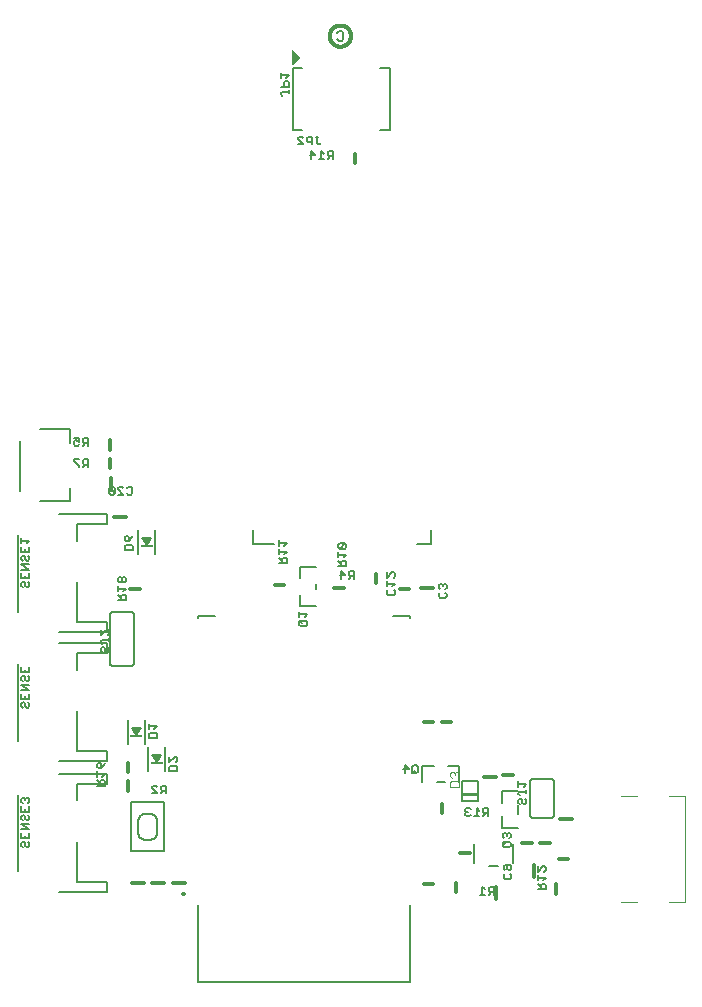
<source format=gbr>
G04 EAGLE Gerber RS-274X export*
G75*
%MOMM*%
%FSLAX34Y34*%
%LPD*%
%INSilkscreen Bottom*%
%IPPOS*%
%AMOC8*
5,1,8,0,0,1.08239X$1,22.5*%
G01*
%ADD10C,0.304800*%
%ADD11C,0.203200*%
%ADD12C,0.101600*%
%ADD13C,0.200000*%
%ADD14C,0.127000*%
%ADD15C,0.152400*%
%ADD16R,1.000000X0.200000*%
%ADD17C,0.076200*%

G36*
X238307Y778079D02*
X238307Y778079D01*
X238331Y778079D01*
X238413Y778113D01*
X238498Y778140D01*
X238519Y778156D01*
X238538Y778164D01*
X238576Y778198D01*
X238648Y778252D01*
X244648Y784252D01*
X244686Y784306D01*
X244731Y784353D01*
X244750Y784397D01*
X244777Y784436D01*
X244793Y784499D01*
X244819Y784560D01*
X244821Y784607D01*
X244833Y784653D01*
X244826Y784718D01*
X244829Y784784D01*
X244814Y784829D01*
X244809Y784876D01*
X244780Y784935D01*
X244760Y784998D01*
X244727Y785042D01*
X244710Y785077D01*
X244681Y785104D01*
X244648Y785148D01*
X238648Y791148D01*
X238575Y791199D01*
X238506Y791255D01*
X238484Y791263D01*
X238464Y791277D01*
X238378Y791299D01*
X238294Y791327D01*
X238270Y791327D01*
X238247Y791333D01*
X238158Y791323D01*
X238069Y791321D01*
X238047Y791312D01*
X238024Y791309D01*
X237944Y791270D01*
X237862Y791236D01*
X237844Y791220D01*
X237823Y791210D01*
X237762Y791145D01*
X237696Y791085D01*
X237685Y791064D01*
X237669Y791047D01*
X237634Y790965D01*
X237593Y790885D01*
X237590Y790859D01*
X237581Y790840D01*
X237579Y790790D01*
X237566Y790700D01*
X237566Y778700D01*
X237582Y778612D01*
X237591Y778524D01*
X237601Y778503D01*
X237605Y778479D01*
X237651Y778402D01*
X237690Y778323D01*
X237707Y778306D01*
X237720Y778286D01*
X237789Y778230D01*
X237853Y778169D01*
X237875Y778160D01*
X237894Y778145D01*
X237978Y778116D01*
X238060Y778081D01*
X238084Y778080D01*
X238106Y778073D01*
X238195Y778075D01*
X238284Y778071D01*
X238307Y778079D01*
G37*
G36*
X114797Y372137D02*
X114797Y372137D01*
X114824Y372137D01*
X114935Y372169D01*
X115048Y372195D01*
X115071Y372208D01*
X115097Y372216D01*
X115195Y372278D01*
X115296Y372334D01*
X115312Y372352D01*
X115337Y372367D01*
X115522Y372575D01*
X115526Y372579D01*
X117526Y375579D01*
X117557Y375643D01*
X117597Y375703D01*
X117618Y375771D01*
X117649Y375835D01*
X117661Y375906D01*
X117682Y375974D01*
X117684Y376045D01*
X117696Y376116D01*
X117688Y376187D01*
X117690Y376258D01*
X117672Y376327D01*
X117663Y376398D01*
X117636Y376464D01*
X117618Y376533D01*
X117581Y376594D01*
X117554Y376660D01*
X117509Y376716D01*
X117473Y376778D01*
X117421Y376827D01*
X117376Y376882D01*
X117318Y376923D01*
X117265Y376972D01*
X117202Y377005D01*
X117144Y377046D01*
X117076Y377069D01*
X117012Y377102D01*
X116953Y377112D01*
X116875Y377139D01*
X116756Y377145D01*
X116681Y377157D01*
X112681Y377157D01*
X112610Y377147D01*
X112538Y377147D01*
X112470Y377127D01*
X112400Y377117D01*
X112334Y377088D01*
X112265Y377068D01*
X112205Y377030D01*
X112140Y377001D01*
X112085Y376955D01*
X112025Y376917D01*
X111977Y376864D01*
X111923Y376818D01*
X111883Y376758D01*
X111836Y376704D01*
X111805Y376640D01*
X111766Y376581D01*
X111744Y376513D01*
X111713Y376448D01*
X111701Y376378D01*
X111680Y376310D01*
X111678Y376238D01*
X111666Y376168D01*
X111674Y376097D01*
X111672Y376026D01*
X111691Y375956D01*
X111699Y375885D01*
X111724Y375830D01*
X111744Y375751D01*
X111805Y375648D01*
X111836Y375579D01*
X113836Y372579D01*
X113913Y372492D01*
X113986Y372402D01*
X114008Y372387D01*
X114026Y372367D01*
X114123Y372305D01*
X114218Y372238D01*
X114244Y372230D01*
X114266Y372215D01*
X114377Y372183D01*
X114487Y372145D01*
X114514Y372144D01*
X114539Y372137D01*
X114655Y372137D01*
X114771Y372131D01*
X114797Y372137D01*
G37*
G36*
X106161Y211609D02*
X106161Y211609D01*
X106188Y211609D01*
X106299Y211641D01*
X106412Y211667D01*
X106435Y211680D01*
X106461Y211688D01*
X106559Y211750D01*
X106660Y211806D01*
X106676Y211824D01*
X106701Y211839D01*
X106886Y212047D01*
X106890Y212051D01*
X108890Y215051D01*
X108921Y215115D01*
X108961Y215175D01*
X108982Y215243D01*
X109013Y215307D01*
X109025Y215378D01*
X109046Y215446D01*
X109048Y215517D01*
X109060Y215588D01*
X109052Y215659D01*
X109054Y215730D01*
X109036Y215799D01*
X109027Y215870D01*
X109000Y215936D01*
X108982Y216005D01*
X108945Y216066D01*
X108918Y216132D01*
X108873Y216188D01*
X108837Y216250D01*
X108785Y216299D01*
X108740Y216354D01*
X108682Y216395D01*
X108629Y216444D01*
X108566Y216477D01*
X108508Y216518D01*
X108440Y216541D01*
X108376Y216574D01*
X108317Y216584D01*
X108239Y216611D01*
X108120Y216617D01*
X108045Y216629D01*
X104045Y216629D01*
X103974Y216619D01*
X103902Y216619D01*
X103834Y216599D01*
X103764Y216589D01*
X103698Y216560D01*
X103629Y216540D01*
X103569Y216502D01*
X103504Y216473D01*
X103449Y216427D01*
X103389Y216389D01*
X103341Y216336D01*
X103287Y216290D01*
X103247Y216230D01*
X103200Y216176D01*
X103169Y216112D01*
X103130Y216053D01*
X103108Y215985D01*
X103077Y215920D01*
X103065Y215850D01*
X103044Y215782D01*
X103042Y215710D01*
X103030Y215640D01*
X103038Y215569D01*
X103036Y215498D01*
X103055Y215428D01*
X103063Y215357D01*
X103088Y215302D01*
X103108Y215223D01*
X103169Y215120D01*
X103200Y215051D01*
X105200Y212051D01*
X105277Y211964D01*
X105350Y211874D01*
X105372Y211859D01*
X105390Y211839D01*
X105487Y211777D01*
X105582Y211710D01*
X105608Y211702D01*
X105630Y211687D01*
X105741Y211655D01*
X105851Y211617D01*
X105878Y211616D01*
X105903Y211609D01*
X106019Y211609D01*
X106135Y211603D01*
X106161Y211609D01*
G37*
G36*
X123306Y188495D02*
X123306Y188495D01*
X123333Y188495D01*
X123444Y188527D01*
X123557Y188553D01*
X123580Y188566D01*
X123606Y188574D01*
X123704Y188636D01*
X123805Y188692D01*
X123821Y188710D01*
X123846Y188725D01*
X124031Y188933D01*
X124035Y188937D01*
X126035Y191937D01*
X126066Y192001D01*
X126106Y192061D01*
X126127Y192129D01*
X126158Y192193D01*
X126170Y192264D01*
X126191Y192332D01*
X126193Y192403D01*
X126205Y192474D01*
X126197Y192545D01*
X126199Y192616D01*
X126181Y192685D01*
X126172Y192756D01*
X126145Y192822D01*
X126127Y192891D01*
X126090Y192952D01*
X126063Y193018D01*
X126018Y193074D01*
X125982Y193136D01*
X125930Y193185D01*
X125885Y193240D01*
X125827Y193281D01*
X125774Y193330D01*
X125711Y193363D01*
X125653Y193404D01*
X125585Y193427D01*
X125521Y193460D01*
X125462Y193470D01*
X125384Y193497D01*
X125265Y193503D01*
X125190Y193515D01*
X121190Y193515D01*
X121119Y193505D01*
X121047Y193505D01*
X120979Y193485D01*
X120909Y193475D01*
X120843Y193446D01*
X120774Y193426D01*
X120714Y193388D01*
X120649Y193359D01*
X120594Y193313D01*
X120534Y193275D01*
X120486Y193222D01*
X120432Y193176D01*
X120392Y193116D01*
X120345Y193062D01*
X120314Y192998D01*
X120275Y192939D01*
X120253Y192871D01*
X120222Y192806D01*
X120210Y192736D01*
X120189Y192668D01*
X120187Y192596D01*
X120175Y192526D01*
X120183Y192455D01*
X120181Y192384D01*
X120200Y192314D01*
X120208Y192243D01*
X120233Y192188D01*
X120253Y192109D01*
X120314Y192006D01*
X120345Y191937D01*
X122345Y188937D01*
X122422Y188850D01*
X122495Y188760D01*
X122517Y188745D01*
X122535Y188725D01*
X122632Y188663D01*
X122727Y188596D01*
X122753Y188588D01*
X122775Y188573D01*
X122886Y188541D01*
X122996Y188503D01*
X123023Y188502D01*
X123048Y188495D01*
X123164Y188495D01*
X123280Y188489D01*
X123306Y188495D01*
G37*
D10*
X474538Y139460D02*
X464378Y139460D01*
X440687Y119350D02*
X432687Y119350D01*
X410090Y175261D02*
X399930Y175261D01*
X147390Y85594D02*
X137230Y85594D01*
D11*
X392034Y102485D02*
X392034Y118485D01*
X425034Y118485D02*
X425034Y102485D01*
X412534Y99985D02*
X404534Y99985D01*
D10*
X357568Y84455D02*
X349568Y84455D01*
X416751Y176657D02*
X424751Y176657D01*
X129675Y85676D02*
X119515Y85676D01*
X380175Y110744D02*
X388175Y110744D01*
D12*
X516636Y159255D02*
X530136Y159255D01*
X530136Y69855D02*
X516636Y69855D01*
X570136Y69855D02*
X570136Y159255D01*
X556636Y159255D01*
X556636Y69855D02*
X570136Y69855D01*
D10*
X461043Y76700D02*
X461043Y84700D01*
X463520Y105683D02*
X471520Y105683D01*
D13*
X144777Y76591D02*
X144779Y76654D01*
X144785Y76716D01*
X144795Y76778D01*
X144808Y76840D01*
X144826Y76900D01*
X144847Y76959D01*
X144872Y77017D01*
X144901Y77073D01*
X144933Y77127D01*
X144968Y77179D01*
X145006Y77228D01*
X145048Y77276D01*
X145092Y77320D01*
X145140Y77362D01*
X145189Y77400D01*
X145241Y77435D01*
X145295Y77467D01*
X145351Y77496D01*
X145409Y77521D01*
X145468Y77542D01*
X145528Y77560D01*
X145590Y77573D01*
X145652Y77583D01*
X145714Y77589D01*
X145777Y77591D01*
X145840Y77589D01*
X145902Y77583D01*
X145964Y77573D01*
X146026Y77560D01*
X146086Y77542D01*
X146145Y77521D01*
X146203Y77496D01*
X146259Y77467D01*
X146313Y77435D01*
X146365Y77400D01*
X146414Y77362D01*
X146462Y77320D01*
X146506Y77276D01*
X146548Y77228D01*
X146586Y77179D01*
X146621Y77127D01*
X146653Y77073D01*
X146682Y77017D01*
X146707Y76959D01*
X146728Y76900D01*
X146746Y76840D01*
X146759Y76778D01*
X146769Y76716D01*
X146775Y76654D01*
X146777Y76591D01*
X146775Y76528D01*
X146769Y76466D01*
X146759Y76404D01*
X146746Y76342D01*
X146728Y76282D01*
X146707Y76223D01*
X146682Y76165D01*
X146653Y76109D01*
X146621Y76055D01*
X146586Y76003D01*
X146548Y75954D01*
X146506Y75906D01*
X146462Y75862D01*
X146414Y75820D01*
X146365Y75782D01*
X146313Y75747D01*
X146259Y75715D01*
X146203Y75686D01*
X146145Y75661D01*
X146086Y75640D01*
X146026Y75622D01*
X145964Y75609D01*
X145902Y75599D01*
X145840Y75593D01*
X145777Y75591D01*
X145714Y75593D01*
X145652Y75599D01*
X145590Y75609D01*
X145528Y75622D01*
X145468Y75640D01*
X145409Y75661D01*
X145351Y75686D01*
X145295Y75715D01*
X145241Y75747D01*
X145189Y75782D01*
X145140Y75820D01*
X145092Y75862D01*
X145048Y75906D01*
X145006Y75954D01*
X144968Y76003D01*
X144933Y76055D01*
X144901Y76109D01*
X144872Y76165D01*
X144847Y76223D01*
X144826Y76282D01*
X144808Y76342D01*
X144795Y76404D01*
X144785Y76466D01*
X144779Y76528D01*
X144777Y76591D01*
D14*
X157777Y309591D02*
X157777Y311591D01*
X172277Y311591D01*
X323277Y311591D02*
X337777Y311591D01*
X337777Y309591D01*
X157777Y66591D02*
X157777Y1591D01*
X337777Y1591D01*
X337777Y66591D01*
D10*
X364554Y221615D02*
X372554Y221615D01*
X357441Y221615D02*
X349441Y221615D01*
X84328Y418465D02*
X84328Y428625D01*
X102235Y85852D02*
X112395Y85852D01*
X410718Y82550D02*
X410718Y72390D01*
D15*
X50207Y408912D02*
X24207Y408912D01*
X50207Y408912D02*
X50207Y419912D01*
X50207Y457912D02*
X50207Y469912D01*
X24207Y469912D01*
X7207Y459912D02*
X7207Y417912D01*
D10*
X442332Y100624D02*
X442332Y90464D01*
D15*
X423511Y92183D02*
X422409Y93284D01*
X423511Y92183D02*
X423511Y89979D01*
X422409Y88878D01*
X418003Y88878D01*
X416901Y89979D01*
X416901Y92183D01*
X418003Y93284D01*
X418003Y96362D02*
X416901Y97463D01*
X416901Y99667D01*
X418003Y100768D01*
X422409Y100768D01*
X423511Y99667D01*
X423511Y97463D01*
X422409Y96362D01*
X421307Y96362D01*
X420206Y97463D01*
X420206Y100768D01*
D10*
X83439Y452438D02*
X83439Y460438D01*
D15*
X64897Y462540D02*
X64897Y455930D01*
X64897Y462540D02*
X61592Y462540D01*
X60491Y461438D01*
X60491Y459235D01*
X61592Y458133D01*
X64897Y458133D01*
X62694Y458133D02*
X60491Y455930D01*
X57413Y462540D02*
X53006Y462540D01*
X57413Y462540D02*
X57413Y459235D01*
X55210Y460336D01*
X54108Y460336D01*
X53006Y459235D01*
X53006Y457032D01*
X54108Y455930D01*
X56311Y455930D01*
X57413Y457032D01*
D10*
X83439Y444690D02*
X83439Y436690D01*
D15*
X64897Y437642D02*
X64897Y444252D01*
X61592Y444252D01*
X60491Y443150D01*
X60491Y440947D01*
X61592Y439845D01*
X64897Y439845D01*
X62694Y439845D02*
X60491Y437642D01*
X57413Y444252D02*
X53006Y444252D01*
X53006Y443150D01*
X57413Y438744D01*
X57413Y437642D01*
D10*
X346583Y335026D02*
X356743Y335026D01*
D15*
X367585Y331576D02*
X368687Y330475D01*
X368687Y328271D01*
X367585Y327170D01*
X363179Y327170D01*
X362077Y328271D01*
X362077Y330475D01*
X363179Y331576D01*
X367585Y334654D02*
X368687Y335755D01*
X368687Y337959D01*
X367585Y339060D01*
X366483Y339060D01*
X365382Y337959D01*
X365382Y336857D01*
X365382Y337959D02*
X364280Y339060D01*
X363179Y339060D01*
X362077Y337959D01*
X362077Y335755D01*
X363179Y334654D01*
D10*
X337248Y334391D02*
X329248Y334391D01*
D15*
X324872Y332515D02*
X323770Y333617D01*
X324872Y332515D02*
X324872Y330312D01*
X323770Y329211D01*
X319364Y329211D01*
X318262Y330312D01*
X318262Y332515D01*
X319364Y333617D01*
X322668Y336695D02*
X324872Y338898D01*
X318262Y338898D01*
X318262Y336695D02*
X318262Y341101D01*
X318262Y344179D02*
X318262Y348585D01*
X318262Y344179D02*
X322668Y348585D01*
X323770Y348585D01*
X324872Y347484D01*
X324872Y345280D01*
X323770Y344179D01*
D10*
X376682Y85915D02*
X376682Y77915D01*
D15*
X408668Y75819D02*
X408668Y82429D01*
X405364Y82429D01*
X404262Y81327D01*
X404262Y79124D01*
X405364Y78022D01*
X408668Y78022D01*
X406465Y78022D02*
X404262Y75819D01*
X401184Y80225D02*
X398981Y82429D01*
X398981Y75819D01*
X401184Y75819D02*
X396778Y75819D01*
D10*
X97282Y395224D02*
X87122Y395224D01*
D15*
X98056Y420036D02*
X99158Y421138D01*
X101361Y421138D01*
X102462Y420036D01*
X102462Y415630D01*
X101361Y414528D01*
X99158Y414528D01*
X98056Y415630D01*
X94978Y414528D02*
X90572Y414528D01*
X94978Y414528D02*
X90572Y418934D01*
X90572Y420036D01*
X91674Y421138D01*
X93877Y421138D01*
X94978Y420036D01*
X87494Y420036D02*
X87494Y415630D01*
X87494Y420036D02*
X86393Y421138D01*
X84189Y421138D01*
X83088Y420036D01*
X83088Y415630D01*
X84189Y414528D01*
X86393Y414528D01*
X87494Y415630D01*
X83088Y420036D01*
D11*
X5720Y271100D02*
X5720Y206100D01*
X40720Y188600D02*
X80720Y188600D01*
X80720Y197100D01*
X55720Y197100D01*
X55720Y231100D01*
X55720Y266100D02*
X55720Y280100D01*
X80720Y280100D01*
X80720Y288600D01*
X40720Y288600D01*
D15*
X14177Y238573D02*
X15279Y237471D01*
X15279Y235268D01*
X14177Y234166D01*
X13075Y234166D01*
X11974Y235268D01*
X11974Y237471D01*
X10872Y238573D01*
X9771Y238573D01*
X8669Y237471D01*
X8669Y235268D01*
X9771Y234166D01*
X15279Y241650D02*
X15279Y246057D01*
X15279Y241650D02*
X8669Y241650D01*
X8669Y246057D01*
X11974Y243854D02*
X11974Y241650D01*
X8669Y249135D02*
X15279Y249135D01*
X8669Y253541D01*
X15279Y253541D01*
X15279Y259924D02*
X14177Y261025D01*
X15279Y259924D02*
X15279Y257720D01*
X14177Y256619D01*
X13075Y256619D01*
X11974Y257720D01*
X11974Y259924D01*
X10872Y261025D01*
X9771Y261025D01*
X8669Y259924D01*
X8669Y257720D01*
X9771Y256619D01*
X15279Y264103D02*
X15279Y268509D01*
X15279Y264103D02*
X8669Y264103D01*
X8669Y268509D01*
X11974Y266306D02*
X11974Y264103D01*
D10*
X99314Y187515D02*
X99314Y179515D01*
D15*
X79508Y168175D02*
X72898Y168175D01*
X79508Y168175D02*
X79508Y171479D01*
X78406Y172581D01*
X76203Y172581D01*
X75101Y171479D01*
X75101Y168175D01*
X75101Y170378D02*
X72898Y172581D01*
X77304Y175659D02*
X79508Y177862D01*
X72898Y177862D01*
X72898Y175659D02*
X72898Y180065D01*
X78406Y185346D02*
X79508Y187549D01*
X78406Y185346D02*
X76203Y183143D01*
X74000Y183143D01*
X72898Y184244D01*
X72898Y186448D01*
X74000Y187549D01*
X75101Y187549D01*
X76203Y186448D01*
X76203Y183143D01*
D11*
X113045Y203614D02*
X113045Y223614D01*
X99045Y223614D02*
X99045Y203614D01*
X106045Y211114D02*
X110045Y217114D01*
X102045Y217114D01*
X106045Y211114D01*
D16*
X106045Y210114D03*
D15*
X116807Y208456D02*
X123417Y208456D01*
X116807Y208456D02*
X116807Y211761D01*
X117909Y212862D01*
X122315Y212862D01*
X123417Y211761D01*
X123417Y208456D01*
X121213Y215940D02*
X123417Y218143D01*
X116807Y218143D01*
X116807Y215940D02*
X116807Y220347D01*
D11*
X103915Y272056D02*
X103915Y312696D01*
X83595Y272056D02*
X83597Y271956D01*
X83603Y271857D01*
X83613Y271757D01*
X83626Y271659D01*
X83644Y271560D01*
X83665Y271463D01*
X83690Y271367D01*
X83719Y271271D01*
X83752Y271177D01*
X83788Y271084D01*
X83828Y270993D01*
X83872Y270903D01*
X83919Y270815D01*
X83969Y270729D01*
X84023Y270645D01*
X84080Y270563D01*
X84140Y270484D01*
X84204Y270406D01*
X84270Y270332D01*
X84339Y270260D01*
X84411Y270191D01*
X84485Y270125D01*
X84563Y270061D01*
X84642Y270001D01*
X84724Y269944D01*
X84808Y269890D01*
X84894Y269840D01*
X84982Y269793D01*
X85072Y269749D01*
X85163Y269709D01*
X85256Y269673D01*
X85350Y269640D01*
X85446Y269611D01*
X85542Y269586D01*
X85639Y269565D01*
X85738Y269547D01*
X85836Y269534D01*
X85936Y269524D01*
X86035Y269518D01*
X86135Y269516D01*
X83595Y312696D02*
X83597Y312796D01*
X83603Y312895D01*
X83613Y312995D01*
X83626Y313093D01*
X83644Y313192D01*
X83665Y313289D01*
X83690Y313385D01*
X83719Y313481D01*
X83752Y313575D01*
X83788Y313668D01*
X83828Y313759D01*
X83872Y313849D01*
X83919Y313937D01*
X83969Y314023D01*
X84023Y314107D01*
X84080Y314189D01*
X84140Y314268D01*
X84204Y314346D01*
X84270Y314420D01*
X84339Y314492D01*
X84411Y314561D01*
X84485Y314627D01*
X84563Y314691D01*
X84642Y314751D01*
X84724Y314808D01*
X84808Y314862D01*
X84894Y314912D01*
X84982Y314959D01*
X85072Y315003D01*
X85163Y315043D01*
X85256Y315079D01*
X85350Y315112D01*
X85446Y315141D01*
X85542Y315166D01*
X85639Y315187D01*
X85738Y315205D01*
X85836Y315218D01*
X85936Y315228D01*
X86035Y315234D01*
X86135Y315236D01*
X101375Y315236D02*
X101475Y315234D01*
X101574Y315228D01*
X101674Y315218D01*
X101772Y315205D01*
X101871Y315187D01*
X101968Y315166D01*
X102064Y315141D01*
X102160Y315112D01*
X102254Y315079D01*
X102347Y315043D01*
X102438Y315003D01*
X102528Y314959D01*
X102616Y314912D01*
X102702Y314862D01*
X102786Y314808D01*
X102868Y314751D01*
X102947Y314691D01*
X103025Y314627D01*
X103099Y314561D01*
X103171Y314492D01*
X103240Y314420D01*
X103306Y314346D01*
X103370Y314268D01*
X103430Y314189D01*
X103487Y314107D01*
X103541Y314023D01*
X103591Y313937D01*
X103638Y313849D01*
X103682Y313759D01*
X103722Y313668D01*
X103758Y313575D01*
X103791Y313481D01*
X103820Y313385D01*
X103845Y313289D01*
X103866Y313192D01*
X103884Y313093D01*
X103897Y312995D01*
X103907Y312895D01*
X103913Y312796D01*
X103915Y312696D01*
X103915Y272056D02*
X103913Y271956D01*
X103907Y271857D01*
X103897Y271757D01*
X103884Y271659D01*
X103866Y271560D01*
X103845Y271463D01*
X103820Y271367D01*
X103791Y271271D01*
X103758Y271177D01*
X103722Y271084D01*
X103682Y270993D01*
X103638Y270903D01*
X103591Y270815D01*
X103541Y270729D01*
X103487Y270645D01*
X103430Y270563D01*
X103370Y270484D01*
X103306Y270406D01*
X103240Y270332D01*
X103171Y270260D01*
X103099Y270191D01*
X103025Y270125D01*
X102947Y270061D01*
X102868Y270001D01*
X102786Y269944D01*
X102702Y269890D01*
X102616Y269840D01*
X102528Y269793D01*
X102438Y269749D01*
X102347Y269709D01*
X102254Y269673D01*
X102160Y269640D01*
X102064Y269611D01*
X101968Y269586D01*
X101871Y269565D01*
X101772Y269547D01*
X101674Y269534D01*
X101574Y269524D01*
X101475Y269518D01*
X101375Y269516D01*
X86135Y269516D01*
X86135Y315236D02*
X101375Y315236D01*
X83595Y312696D02*
X83595Y272056D01*
D15*
X82839Y284150D02*
X81737Y285252D01*
X82839Y284150D02*
X82839Y281947D01*
X81737Y280846D01*
X80635Y280846D01*
X79534Y281947D01*
X79534Y284150D01*
X78432Y285252D01*
X77331Y285252D01*
X76229Y284150D01*
X76229Y281947D01*
X77331Y280846D01*
X77331Y288330D02*
X76229Y289431D01*
X76229Y290533D01*
X77331Y291635D01*
X82839Y291635D01*
X82839Y292736D02*
X82839Y290533D01*
X76229Y295814D02*
X76229Y300220D01*
X76229Y295814D02*
X80635Y300220D01*
X81737Y300220D01*
X82839Y299119D01*
X82839Y296915D01*
X81737Y295814D01*
D11*
X5720Y315400D02*
X5720Y380400D01*
X40720Y297900D02*
X80720Y297900D01*
X80720Y306400D01*
X55720Y306400D01*
X55720Y340400D01*
X55720Y375400D02*
X55720Y389400D01*
X80720Y389400D01*
X80720Y397900D01*
X40720Y397900D01*
D15*
X14177Y340388D02*
X15279Y339287D01*
X15279Y337084D01*
X14177Y335982D01*
X13075Y335982D01*
X11974Y337084D01*
X11974Y339287D01*
X10872Y340388D01*
X9771Y340388D01*
X8669Y339287D01*
X8669Y337084D01*
X9771Y335982D01*
X15279Y343466D02*
X15279Y347873D01*
X15279Y343466D02*
X8669Y343466D01*
X8669Y347873D01*
X11974Y345669D02*
X11974Y343466D01*
X8669Y350950D02*
X15279Y350950D01*
X8669Y355357D01*
X15279Y355357D01*
X15279Y361739D02*
X14177Y362841D01*
X15279Y361739D02*
X15279Y359536D01*
X14177Y358435D01*
X13075Y358435D01*
X11974Y359536D01*
X11974Y361739D01*
X10872Y362841D01*
X9771Y362841D01*
X8669Y361739D01*
X8669Y359536D01*
X9771Y358435D01*
X15279Y365919D02*
X15279Y370325D01*
X15279Y365919D02*
X8669Y365919D01*
X8669Y370325D01*
X11974Y368122D02*
X11974Y365919D01*
X13075Y373403D02*
X15279Y375606D01*
X8669Y375606D01*
X8669Y373403D02*
X8669Y377809D01*
D10*
X101029Y334518D02*
X109029Y334518D01*
D15*
X97161Y325120D02*
X90551Y325120D01*
X97161Y325120D02*
X97161Y328425D01*
X96059Y329526D01*
X93856Y329526D01*
X92754Y328425D01*
X92754Y325120D01*
X92754Y327323D02*
X90551Y329526D01*
X94957Y332604D02*
X97161Y334807D01*
X90551Y334807D01*
X90551Y332604D02*
X90551Y337011D01*
X96059Y340088D02*
X97161Y341190D01*
X97161Y343393D01*
X96059Y344495D01*
X94957Y344495D01*
X93856Y343393D01*
X92754Y344495D01*
X91653Y344495D01*
X90551Y343393D01*
X90551Y341190D01*
X91653Y340088D01*
X92754Y340088D01*
X93856Y341190D01*
X94957Y340088D01*
X96059Y340088D01*
X93856Y341190D02*
X93856Y343393D01*
D11*
X121681Y364142D02*
X121681Y384142D01*
X107681Y384142D02*
X107681Y364142D01*
X114681Y371642D02*
X118681Y377642D01*
X110681Y377642D01*
X114681Y371642D01*
D16*
X114681Y370642D03*
D15*
X102843Y367714D02*
X96233Y367714D01*
X96233Y371019D01*
X97335Y372120D01*
X101741Y372120D01*
X102843Y371019D01*
X102843Y367714D01*
X101741Y377401D02*
X102843Y379605D01*
X101741Y377401D02*
X99538Y375198D01*
X97335Y375198D01*
X96233Y376300D01*
X96233Y378503D01*
X97335Y379605D01*
X98436Y379605D01*
X99538Y378503D01*
X99538Y375198D01*
D11*
X415787Y163789D02*
X428915Y163789D01*
X415787Y163789D02*
X415787Y153701D01*
X415787Y132341D02*
X428915Y132341D01*
X415787Y132341D02*
X415787Y142429D01*
X428995Y144341D02*
X428995Y151929D01*
D15*
X421803Y116079D02*
X417397Y116079D01*
X421803Y116079D02*
X422905Y117180D01*
X422905Y119384D01*
X421803Y120485D01*
X417397Y120485D01*
X416295Y119384D01*
X416295Y117180D01*
X417397Y116079D01*
X418498Y118282D02*
X416295Y120485D01*
X421803Y123563D02*
X422905Y124664D01*
X422905Y126868D01*
X421803Y127969D01*
X420701Y127969D01*
X419600Y126868D01*
X419600Y125766D01*
X419600Y126868D02*
X418498Y127969D01*
X417397Y127969D01*
X416295Y126868D01*
X416295Y124664D01*
X417397Y123563D01*
D10*
X448120Y119761D02*
X456120Y119761D01*
D15*
X452634Y80291D02*
X446024Y80291D01*
X452634Y80291D02*
X452634Y83595D01*
X451532Y84697D01*
X449329Y84697D01*
X448227Y83595D01*
X448227Y80291D01*
X448227Y82494D02*
X446024Y84697D01*
X450430Y87775D02*
X452634Y89978D01*
X446024Y89978D01*
X446024Y87775D02*
X446024Y92181D01*
X446024Y95259D02*
X446024Y99665D01*
X446024Y95259D02*
X450430Y99665D01*
X451532Y99665D01*
X452634Y98564D01*
X452634Y96360D01*
X451532Y95259D01*
D11*
X222400Y372480D02*
X204400Y372480D01*
X204400Y384480D01*
X343400Y372480D02*
X355400Y372480D01*
X355400Y384480D01*
D14*
X246400Y723300D02*
X238400Y723300D01*
X238400Y775300D01*
X246400Y775300D01*
X312400Y723300D02*
X320400Y723300D01*
X320400Y775300D01*
X312400Y775300D01*
D15*
X229636Y752372D02*
X228534Y753473D01*
X228534Y754575D01*
X229636Y755676D01*
X235144Y755676D01*
X235144Y754575D02*
X235144Y756778D01*
X235144Y759856D02*
X228534Y759856D01*
X235144Y759856D02*
X235144Y763161D01*
X234042Y764262D01*
X231839Y764262D01*
X230737Y763161D01*
X230737Y759856D01*
X232940Y767340D02*
X235144Y769543D01*
X228534Y769543D01*
X228534Y767340D02*
X228534Y771746D01*
D11*
X5720Y160530D02*
X5720Y95530D01*
X40720Y78030D02*
X80720Y78030D01*
X80720Y86530D01*
X55720Y86530D01*
X55720Y120530D01*
X55720Y155530D02*
X55720Y169530D01*
X80720Y169530D01*
X80720Y178030D01*
X40720Y178030D01*
D15*
X14177Y120518D02*
X15279Y119417D01*
X15279Y117214D01*
X14177Y116112D01*
X13075Y116112D01*
X11974Y117214D01*
X11974Y119417D01*
X10872Y120518D01*
X9771Y120518D01*
X8669Y119417D01*
X8669Y117214D01*
X9771Y116112D01*
X15279Y123596D02*
X15279Y128003D01*
X15279Y123596D02*
X8669Y123596D01*
X8669Y128003D01*
X11974Y125799D02*
X11974Y123596D01*
X8669Y131080D02*
X15279Y131080D01*
X8669Y135487D01*
X15279Y135487D01*
X15279Y141869D02*
X14177Y142971D01*
X15279Y141869D02*
X15279Y139666D01*
X14177Y138565D01*
X13075Y138565D01*
X11974Y139666D01*
X11974Y141869D01*
X10872Y142971D01*
X9771Y142971D01*
X8669Y141869D01*
X8669Y139666D01*
X9771Y138565D01*
X15279Y146049D02*
X15279Y150455D01*
X15279Y146049D02*
X8669Y146049D01*
X8669Y150455D01*
X11974Y148252D02*
X11974Y146049D01*
X14177Y153533D02*
X15279Y154634D01*
X15279Y156838D01*
X14177Y157939D01*
X13075Y157939D01*
X11974Y156838D01*
X11974Y155736D01*
X11974Y156838D02*
X10872Y157939D01*
X9771Y157939D01*
X8669Y156838D01*
X8669Y154634D01*
X9771Y153533D01*
D10*
X99060Y163640D02*
X99060Y171640D01*
D15*
X131046Y168154D02*
X131046Y161544D01*
X131046Y168154D02*
X127742Y168154D01*
X126640Y167052D01*
X126640Y164849D01*
X127742Y163747D01*
X131046Y163747D01*
X128843Y163747D02*
X126640Y161544D01*
X123562Y161544D02*
X119156Y161544D01*
X123562Y161544D02*
X119156Y165950D01*
X119156Y167052D01*
X120257Y168154D01*
X122461Y168154D01*
X123562Y167052D01*
D11*
X130190Y180500D02*
X130190Y200500D01*
X116190Y200500D02*
X116190Y180500D01*
X123190Y188000D02*
X127190Y194000D01*
X119190Y194000D01*
X123190Y188000D01*
D16*
X123190Y187000D03*
D15*
X133952Y180262D02*
X140562Y180262D01*
X133952Y180262D02*
X133952Y183567D01*
X135054Y184668D01*
X139460Y184668D01*
X140562Y183567D01*
X140562Y180262D01*
X133952Y187746D02*
X133952Y192153D01*
X138358Y192153D02*
X133952Y187746D01*
X138358Y192153D02*
X139460Y192153D01*
X140562Y191051D01*
X140562Y188848D01*
X139460Y187746D01*
D11*
X459740Y171450D02*
X459740Y143510D01*
X441960Y140970D02*
X441860Y140972D01*
X441761Y140978D01*
X441661Y140988D01*
X441563Y141001D01*
X441464Y141019D01*
X441367Y141040D01*
X441271Y141065D01*
X441175Y141094D01*
X441081Y141127D01*
X440988Y141163D01*
X440897Y141203D01*
X440807Y141247D01*
X440719Y141294D01*
X440633Y141344D01*
X440549Y141398D01*
X440467Y141455D01*
X440388Y141515D01*
X440310Y141579D01*
X440236Y141645D01*
X440164Y141714D01*
X440095Y141786D01*
X440029Y141860D01*
X439965Y141938D01*
X439905Y142017D01*
X439848Y142099D01*
X439794Y142183D01*
X439744Y142269D01*
X439697Y142357D01*
X439653Y142447D01*
X439613Y142538D01*
X439577Y142631D01*
X439544Y142725D01*
X439515Y142821D01*
X439490Y142917D01*
X439469Y143014D01*
X439451Y143113D01*
X439438Y143211D01*
X439428Y143311D01*
X439422Y143410D01*
X439420Y143510D01*
X439420Y171450D02*
X439422Y171550D01*
X439428Y171649D01*
X439438Y171749D01*
X439451Y171847D01*
X439469Y171946D01*
X439490Y172043D01*
X439515Y172139D01*
X439544Y172235D01*
X439577Y172329D01*
X439613Y172422D01*
X439653Y172513D01*
X439697Y172603D01*
X439744Y172691D01*
X439794Y172777D01*
X439848Y172861D01*
X439905Y172943D01*
X439965Y173022D01*
X440029Y173100D01*
X440095Y173174D01*
X440164Y173246D01*
X440236Y173315D01*
X440310Y173381D01*
X440388Y173445D01*
X440467Y173505D01*
X440549Y173562D01*
X440633Y173616D01*
X440719Y173666D01*
X440807Y173713D01*
X440897Y173757D01*
X440988Y173797D01*
X441081Y173833D01*
X441175Y173866D01*
X441271Y173895D01*
X441367Y173920D01*
X441464Y173941D01*
X441563Y173959D01*
X441661Y173972D01*
X441761Y173982D01*
X441860Y173988D01*
X441960Y173990D01*
X457200Y173990D02*
X457300Y173988D01*
X457399Y173982D01*
X457499Y173972D01*
X457597Y173959D01*
X457696Y173941D01*
X457793Y173920D01*
X457889Y173895D01*
X457985Y173866D01*
X458079Y173833D01*
X458172Y173797D01*
X458263Y173757D01*
X458353Y173713D01*
X458441Y173666D01*
X458527Y173616D01*
X458611Y173562D01*
X458693Y173505D01*
X458772Y173445D01*
X458850Y173381D01*
X458924Y173315D01*
X458996Y173246D01*
X459065Y173174D01*
X459131Y173100D01*
X459195Y173022D01*
X459255Y172943D01*
X459312Y172861D01*
X459366Y172777D01*
X459416Y172691D01*
X459463Y172603D01*
X459507Y172513D01*
X459547Y172422D01*
X459583Y172329D01*
X459616Y172235D01*
X459645Y172139D01*
X459670Y172043D01*
X459691Y171946D01*
X459709Y171847D01*
X459722Y171749D01*
X459732Y171649D01*
X459738Y171550D01*
X459740Y171450D01*
X459740Y143510D02*
X459738Y143410D01*
X459732Y143311D01*
X459722Y143211D01*
X459709Y143113D01*
X459691Y143014D01*
X459670Y142917D01*
X459645Y142821D01*
X459616Y142725D01*
X459583Y142631D01*
X459547Y142538D01*
X459507Y142447D01*
X459463Y142357D01*
X459416Y142269D01*
X459366Y142183D01*
X459312Y142099D01*
X459255Y142017D01*
X459195Y141938D01*
X459131Y141860D01*
X459065Y141786D01*
X458996Y141714D01*
X458924Y141645D01*
X458850Y141579D01*
X458772Y141515D01*
X458693Y141455D01*
X458611Y141398D01*
X458527Y141344D01*
X458441Y141294D01*
X458353Y141247D01*
X458263Y141203D01*
X458172Y141163D01*
X458079Y141127D01*
X457985Y141094D01*
X457889Y141065D01*
X457793Y141040D01*
X457696Y141019D01*
X457597Y141001D01*
X457499Y140988D01*
X457399Y140978D01*
X457300Y140972D01*
X457200Y140970D01*
X441960Y140970D01*
X441960Y173990D02*
X457200Y173990D01*
X439420Y171450D02*
X439420Y143510D01*
D15*
X436124Y155604D02*
X435022Y156706D01*
X436124Y155604D02*
X436124Y153401D01*
X435022Y152300D01*
X433920Y152300D01*
X432819Y153401D01*
X432819Y155604D01*
X431717Y156706D01*
X430616Y156706D01*
X429514Y155604D01*
X429514Y153401D01*
X430616Y152300D01*
X430616Y159784D02*
X429514Y160885D01*
X429514Y161987D01*
X430616Y163089D01*
X436124Y163089D01*
X436124Y164190D02*
X436124Y161987D01*
X433920Y167268D02*
X436124Y169471D01*
X429514Y169471D01*
X429514Y167268D02*
X429514Y171674D01*
D10*
X308610Y339535D02*
X308610Y347535D01*
D15*
X290068Y349637D02*
X290068Y343027D01*
X290068Y349637D02*
X286763Y349637D01*
X285662Y348535D01*
X285662Y346332D01*
X286763Y345230D01*
X290068Y345230D01*
X287865Y345230D02*
X285662Y343027D01*
X279279Y343027D02*
X279279Y349637D01*
X282584Y346332D01*
X278177Y346332D01*
D11*
X257984Y353274D02*
X244856Y353274D01*
X244856Y343686D01*
X244856Y319826D02*
X257984Y319826D01*
X244856Y319826D02*
X244856Y329414D01*
X258064Y334326D02*
X258064Y338914D01*
D15*
X249602Y303294D02*
X245196Y303294D01*
X249602Y303294D02*
X250704Y304395D01*
X250704Y306599D01*
X249602Y307700D01*
X245196Y307700D01*
X244094Y306599D01*
X244094Y304395D01*
X245196Y303294D01*
X246297Y305497D02*
X244094Y307700D01*
X248500Y310778D02*
X250704Y312981D01*
X244094Y312981D01*
X244094Y310778D02*
X244094Y315184D01*
D10*
X273495Y335280D02*
X281495Y335280D01*
D15*
X283597Y353822D02*
X276987Y353822D01*
X283597Y353822D02*
X283597Y357127D01*
X282495Y358228D01*
X280292Y358228D01*
X279190Y357127D01*
X279190Y353822D01*
X279190Y356025D02*
X276987Y358228D01*
X281393Y361306D02*
X283597Y363509D01*
X276987Y363509D01*
X276987Y361306D02*
X276987Y365713D01*
X278089Y368790D02*
X282495Y368790D01*
X283597Y369892D01*
X283597Y372095D01*
X282495Y373197D01*
X278089Y373197D01*
X276987Y372095D01*
X276987Y369892D01*
X278089Y368790D01*
X282495Y373197D01*
D10*
X231330Y337820D02*
X223330Y337820D01*
D15*
X226822Y356362D02*
X233432Y356362D01*
X233432Y359667D01*
X232330Y360768D01*
X230127Y360768D01*
X229025Y359667D01*
X229025Y356362D01*
X229025Y358565D02*
X226822Y360768D01*
X231228Y363846D02*
X233432Y366049D01*
X226822Y366049D01*
X226822Y363846D02*
X226822Y368253D01*
X231228Y371330D02*
X233432Y373534D01*
X226822Y373534D01*
X226822Y375737D02*
X226822Y371330D01*
D14*
X101570Y154350D02*
X101570Y112350D01*
X129570Y112350D01*
X129570Y154350D01*
X101570Y154350D01*
X117570Y144350D02*
X117722Y144348D01*
X117874Y144342D01*
X118026Y144333D01*
X118177Y144319D01*
X118328Y144302D01*
X118479Y144281D01*
X118629Y144256D01*
X118778Y144227D01*
X118926Y144195D01*
X119074Y144158D01*
X119221Y144119D01*
X119366Y144075D01*
X119511Y144027D01*
X119654Y143977D01*
X119796Y143922D01*
X119936Y143864D01*
X120075Y143802D01*
X120212Y143737D01*
X120348Y143668D01*
X120482Y143596D01*
X120614Y143521D01*
X120744Y143442D01*
X120872Y143360D01*
X120998Y143275D01*
X121121Y143186D01*
X121243Y143095D01*
X121362Y143000D01*
X121478Y142903D01*
X121592Y142802D01*
X121704Y142699D01*
X121813Y142593D01*
X121919Y142484D01*
X122022Y142372D01*
X122123Y142258D01*
X122220Y142142D01*
X122315Y142023D01*
X122406Y141901D01*
X122495Y141778D01*
X122580Y141652D01*
X122662Y141524D01*
X122741Y141394D01*
X122816Y141262D01*
X122888Y141128D01*
X122957Y140992D01*
X123022Y140855D01*
X123084Y140716D01*
X123142Y140576D01*
X123197Y140434D01*
X123247Y140291D01*
X123295Y140146D01*
X123339Y140001D01*
X123378Y139854D01*
X123415Y139706D01*
X123447Y139558D01*
X123476Y139409D01*
X123501Y139259D01*
X123522Y139108D01*
X123539Y138957D01*
X123553Y138806D01*
X123562Y138654D01*
X123568Y138502D01*
X123570Y138350D01*
X117570Y144350D02*
X113570Y144350D01*
X113418Y144348D01*
X113266Y144342D01*
X113114Y144333D01*
X112963Y144319D01*
X112812Y144302D01*
X112661Y144281D01*
X112511Y144256D01*
X112362Y144227D01*
X112214Y144195D01*
X112066Y144158D01*
X111919Y144119D01*
X111774Y144075D01*
X111629Y144027D01*
X111486Y143977D01*
X111344Y143922D01*
X111204Y143864D01*
X111065Y143802D01*
X110928Y143737D01*
X110792Y143668D01*
X110658Y143596D01*
X110526Y143521D01*
X110396Y143442D01*
X110268Y143360D01*
X110142Y143275D01*
X110019Y143186D01*
X109897Y143095D01*
X109778Y143000D01*
X109662Y142903D01*
X109548Y142802D01*
X109436Y142699D01*
X109327Y142593D01*
X109221Y142484D01*
X109118Y142372D01*
X109017Y142258D01*
X108920Y142142D01*
X108825Y142023D01*
X108734Y141901D01*
X108645Y141778D01*
X108560Y141652D01*
X108478Y141524D01*
X108399Y141394D01*
X108324Y141262D01*
X108252Y141128D01*
X108183Y140992D01*
X108118Y140855D01*
X108056Y140716D01*
X107998Y140576D01*
X107943Y140434D01*
X107893Y140291D01*
X107845Y140146D01*
X107801Y140001D01*
X107762Y139854D01*
X107725Y139706D01*
X107693Y139558D01*
X107664Y139409D01*
X107639Y139259D01*
X107618Y139108D01*
X107601Y138957D01*
X107587Y138806D01*
X107578Y138654D01*
X107572Y138502D01*
X107570Y138350D01*
X107570Y128350D01*
X107572Y128198D01*
X107578Y128046D01*
X107587Y127894D01*
X107601Y127743D01*
X107618Y127592D01*
X107639Y127441D01*
X107664Y127291D01*
X107693Y127142D01*
X107725Y126994D01*
X107762Y126846D01*
X107801Y126699D01*
X107845Y126554D01*
X107893Y126409D01*
X107943Y126266D01*
X107998Y126124D01*
X108056Y125984D01*
X108118Y125845D01*
X108183Y125708D01*
X108252Y125572D01*
X108324Y125438D01*
X108399Y125306D01*
X108478Y125176D01*
X108560Y125048D01*
X108645Y124922D01*
X108734Y124799D01*
X108825Y124677D01*
X108920Y124558D01*
X109017Y124442D01*
X109118Y124328D01*
X109221Y124216D01*
X109327Y124107D01*
X109436Y124001D01*
X109548Y123898D01*
X109662Y123797D01*
X109778Y123700D01*
X109897Y123605D01*
X110019Y123514D01*
X110142Y123425D01*
X110268Y123340D01*
X110396Y123258D01*
X110526Y123179D01*
X110658Y123104D01*
X110792Y123032D01*
X110928Y122963D01*
X111065Y122898D01*
X111204Y122836D01*
X111344Y122778D01*
X111486Y122723D01*
X111629Y122673D01*
X111774Y122625D01*
X111919Y122581D01*
X112066Y122542D01*
X112214Y122505D01*
X112362Y122473D01*
X112511Y122444D01*
X112661Y122419D01*
X112812Y122398D01*
X112963Y122381D01*
X113114Y122367D01*
X113266Y122358D01*
X113418Y122352D01*
X113570Y122350D01*
X117570Y122350D01*
X117722Y122352D01*
X117874Y122358D01*
X118026Y122367D01*
X118177Y122381D01*
X118328Y122398D01*
X118479Y122419D01*
X118629Y122444D01*
X118778Y122473D01*
X118926Y122505D01*
X119074Y122542D01*
X119221Y122581D01*
X119366Y122625D01*
X119511Y122673D01*
X119654Y122723D01*
X119796Y122778D01*
X119936Y122836D01*
X120075Y122898D01*
X120212Y122963D01*
X120348Y123032D01*
X120482Y123104D01*
X120614Y123179D01*
X120744Y123258D01*
X120872Y123340D01*
X120998Y123425D01*
X121121Y123514D01*
X121243Y123605D01*
X121362Y123700D01*
X121478Y123797D01*
X121592Y123898D01*
X121704Y124001D01*
X121813Y124107D01*
X121919Y124216D01*
X122022Y124328D01*
X122123Y124442D01*
X122220Y124558D01*
X122315Y124677D01*
X122406Y124799D01*
X122495Y124922D01*
X122580Y125048D01*
X122662Y125176D01*
X122741Y125306D01*
X122816Y125438D01*
X122888Y125572D01*
X122957Y125708D01*
X123022Y125845D01*
X123084Y125984D01*
X123142Y126124D01*
X123197Y126266D01*
X123247Y126409D01*
X123295Y126554D01*
X123339Y126699D01*
X123378Y126846D01*
X123415Y126994D01*
X123447Y127142D01*
X123476Y127291D01*
X123501Y127441D01*
X123522Y127592D01*
X123539Y127743D01*
X123553Y127894D01*
X123562Y128046D01*
X123568Y128198D01*
X123570Y128350D01*
X123570Y138350D01*
D10*
X364490Y144590D02*
X364490Y152590D01*
D15*
X403960Y149104D02*
X403960Y142494D01*
X403960Y149104D02*
X400656Y149104D01*
X399554Y148002D01*
X399554Y145799D01*
X400656Y144697D01*
X403960Y144697D01*
X401757Y144697D02*
X399554Y142494D01*
X396476Y146900D02*
X394273Y149104D01*
X394273Y142494D01*
X396476Y142494D02*
X392070Y142494D01*
X388992Y148002D02*
X387891Y149104D01*
X385687Y149104D01*
X384586Y148002D01*
X384586Y146900D01*
X385687Y145799D01*
X386789Y145799D01*
X385687Y145799D02*
X384586Y144697D01*
X384586Y143596D01*
X385687Y142494D01*
X387891Y142494D01*
X388992Y143596D01*
D14*
X382120Y155330D02*
X382120Y172330D01*
X382120Y155330D02*
X395120Y155330D01*
X395120Y172330D01*
X382120Y172330D01*
X382620Y159830D02*
X394620Y159830D01*
X394620Y160830D01*
X382620Y160830D01*
D17*
X379245Y167243D02*
X371873Y167243D01*
X371873Y170929D01*
X373102Y172158D01*
X378017Y172158D01*
X379245Y170929D01*
X379245Y167243D01*
X378017Y174727D02*
X379245Y175956D01*
X379245Y178413D01*
X378017Y179642D01*
X376788Y179642D01*
X375559Y178413D01*
X375559Y177184D01*
X375559Y178413D02*
X374330Y179642D01*
X373102Y179642D01*
X371873Y178413D01*
X371873Y175956D01*
X373102Y174727D01*
D11*
X379579Y171276D02*
X379579Y184404D01*
X369491Y184404D01*
X348131Y184404D02*
X348131Y171276D01*
X348131Y184404D02*
X358219Y184404D01*
X360131Y171196D02*
X367719Y171196D01*
D15*
X344043Y179664D02*
X344043Y184070D01*
X342941Y185172D01*
X340738Y185172D01*
X339637Y184070D01*
X339637Y179664D01*
X340738Y178562D01*
X342941Y178562D01*
X344043Y179664D01*
X341840Y180765D02*
X339637Y178562D01*
X333254Y178562D02*
X333254Y185172D01*
X336559Y181867D01*
X332152Y181867D01*
D10*
X290830Y695135D02*
X290830Y703135D01*
D15*
X272288Y705237D02*
X272288Y698627D01*
X272288Y705237D02*
X268983Y705237D01*
X267882Y704135D01*
X267882Y701932D01*
X268983Y700830D01*
X272288Y700830D01*
X270085Y700830D02*
X267882Y698627D01*
X264804Y703033D02*
X262601Y705237D01*
X262601Y698627D01*
X264804Y698627D02*
X260397Y698627D01*
X254015Y698627D02*
X254015Y705237D01*
X257320Y701932D01*
X252913Y701932D01*
D14*
X246400Y723300D02*
X238400Y723300D01*
X238400Y775300D01*
X246400Y775300D01*
X312400Y723300D02*
X320400Y723300D01*
X320400Y775300D01*
X312400Y775300D01*
D15*
X262228Y712048D02*
X261127Y710946D01*
X260025Y710946D01*
X258924Y712048D01*
X258924Y717556D01*
X260025Y717556D02*
X257822Y717556D01*
X254744Y717556D02*
X254744Y710946D01*
X254744Y717556D02*
X251440Y717556D01*
X250338Y716454D01*
X250338Y714251D01*
X251440Y713149D01*
X254744Y713149D01*
X247260Y710946D02*
X242854Y710946D01*
X247260Y710946D02*
X242854Y715352D01*
X242854Y716454D01*
X243955Y717556D01*
X246159Y717556D01*
X247260Y716454D01*
D10*
X269785Y802640D02*
X269788Y802860D01*
X269796Y803081D01*
X269809Y803301D01*
X269828Y803520D01*
X269853Y803739D01*
X269882Y803958D01*
X269917Y804175D01*
X269958Y804392D01*
X270003Y804608D01*
X270054Y804822D01*
X270110Y805035D01*
X270172Y805247D01*
X270238Y805457D01*
X270310Y805665D01*
X270387Y805872D01*
X270469Y806076D01*
X270555Y806279D01*
X270647Y806479D01*
X270744Y806678D01*
X270845Y806873D01*
X270952Y807066D01*
X271063Y807257D01*
X271178Y807444D01*
X271298Y807629D01*
X271423Y807811D01*
X271552Y807989D01*
X271686Y808165D01*
X271823Y808337D01*
X271965Y808505D01*
X272111Y808671D01*
X272261Y808832D01*
X272415Y808990D01*
X272573Y809144D01*
X272734Y809294D01*
X272900Y809440D01*
X273068Y809582D01*
X273240Y809719D01*
X273416Y809853D01*
X273594Y809982D01*
X273776Y810107D01*
X273961Y810227D01*
X274148Y810342D01*
X274339Y810453D01*
X274532Y810560D01*
X274727Y810661D01*
X274926Y810758D01*
X275126Y810850D01*
X275329Y810936D01*
X275533Y811018D01*
X275740Y811095D01*
X275948Y811167D01*
X276158Y811233D01*
X276370Y811295D01*
X276583Y811351D01*
X276797Y811402D01*
X277013Y811447D01*
X277230Y811488D01*
X277447Y811523D01*
X277666Y811552D01*
X277885Y811577D01*
X278104Y811596D01*
X278324Y811609D01*
X278545Y811617D01*
X278765Y811620D01*
X278985Y811617D01*
X279206Y811609D01*
X279426Y811596D01*
X279645Y811577D01*
X279864Y811552D01*
X280083Y811523D01*
X280300Y811488D01*
X280517Y811447D01*
X280733Y811402D01*
X280947Y811351D01*
X281160Y811295D01*
X281372Y811233D01*
X281582Y811167D01*
X281790Y811095D01*
X281997Y811018D01*
X282201Y810936D01*
X282404Y810850D01*
X282604Y810758D01*
X282803Y810661D01*
X282998Y810560D01*
X283191Y810453D01*
X283382Y810342D01*
X283569Y810227D01*
X283754Y810107D01*
X283936Y809982D01*
X284114Y809853D01*
X284290Y809719D01*
X284462Y809582D01*
X284630Y809440D01*
X284796Y809294D01*
X284957Y809144D01*
X285115Y808990D01*
X285269Y808832D01*
X285419Y808671D01*
X285565Y808505D01*
X285707Y808337D01*
X285844Y808165D01*
X285978Y807989D01*
X286107Y807811D01*
X286232Y807629D01*
X286352Y807444D01*
X286467Y807257D01*
X286578Y807066D01*
X286685Y806873D01*
X286786Y806678D01*
X286883Y806479D01*
X286975Y806279D01*
X287061Y806076D01*
X287143Y805872D01*
X287220Y805665D01*
X287292Y805457D01*
X287358Y805247D01*
X287420Y805035D01*
X287476Y804822D01*
X287527Y804608D01*
X287572Y804392D01*
X287613Y804175D01*
X287648Y803958D01*
X287677Y803739D01*
X287702Y803520D01*
X287721Y803301D01*
X287734Y803081D01*
X287742Y802860D01*
X287745Y802640D01*
X287742Y802420D01*
X287734Y802199D01*
X287721Y801979D01*
X287702Y801760D01*
X287677Y801541D01*
X287648Y801322D01*
X287613Y801105D01*
X287572Y800888D01*
X287527Y800672D01*
X287476Y800458D01*
X287420Y800245D01*
X287358Y800033D01*
X287292Y799823D01*
X287220Y799615D01*
X287143Y799408D01*
X287061Y799204D01*
X286975Y799001D01*
X286883Y798801D01*
X286786Y798602D01*
X286685Y798407D01*
X286578Y798214D01*
X286467Y798023D01*
X286352Y797836D01*
X286232Y797651D01*
X286107Y797469D01*
X285978Y797291D01*
X285844Y797115D01*
X285707Y796943D01*
X285565Y796775D01*
X285419Y796609D01*
X285269Y796448D01*
X285115Y796290D01*
X284957Y796136D01*
X284796Y795986D01*
X284630Y795840D01*
X284462Y795698D01*
X284290Y795561D01*
X284114Y795427D01*
X283936Y795298D01*
X283754Y795173D01*
X283569Y795053D01*
X283382Y794938D01*
X283191Y794827D01*
X282998Y794720D01*
X282803Y794619D01*
X282604Y794522D01*
X282404Y794430D01*
X282201Y794344D01*
X281997Y794262D01*
X281790Y794185D01*
X281582Y794113D01*
X281372Y794047D01*
X281160Y793985D01*
X280947Y793929D01*
X280733Y793878D01*
X280517Y793833D01*
X280300Y793792D01*
X280083Y793757D01*
X279864Y793728D01*
X279645Y793703D01*
X279426Y793684D01*
X279206Y793671D01*
X278985Y793663D01*
X278765Y793660D01*
X278545Y793663D01*
X278324Y793671D01*
X278104Y793684D01*
X277885Y793703D01*
X277666Y793728D01*
X277447Y793757D01*
X277230Y793792D01*
X277013Y793833D01*
X276797Y793878D01*
X276583Y793929D01*
X276370Y793985D01*
X276158Y794047D01*
X275948Y794113D01*
X275740Y794185D01*
X275533Y794262D01*
X275329Y794344D01*
X275126Y794430D01*
X274926Y794522D01*
X274727Y794619D01*
X274532Y794720D01*
X274339Y794827D01*
X274148Y794938D01*
X273961Y795053D01*
X273776Y795173D01*
X273594Y795298D01*
X273416Y795427D01*
X273240Y795561D01*
X273068Y795698D01*
X272900Y795840D01*
X272734Y795986D01*
X272573Y796136D01*
X272415Y796290D01*
X272261Y796448D01*
X272111Y796609D01*
X271965Y796775D01*
X271823Y796943D01*
X271686Y797115D01*
X271552Y797291D01*
X271423Y797469D01*
X271298Y797651D01*
X271178Y797836D01*
X271063Y798023D01*
X270952Y798214D01*
X270845Y798407D01*
X270744Y798602D01*
X270647Y798801D01*
X270555Y799001D01*
X270469Y799204D01*
X270387Y799408D01*
X270310Y799615D01*
X270238Y799823D01*
X270172Y800033D01*
X270110Y800245D01*
X270054Y800458D01*
X270003Y800672D01*
X269958Y800888D01*
X269917Y801105D01*
X269882Y801322D01*
X269853Y801541D01*
X269828Y801760D01*
X269809Y801979D01*
X269796Y802199D01*
X269788Y802420D01*
X269785Y802640D01*
D11*
X275882Y805355D02*
X277238Y806711D01*
X279949Y806711D01*
X281305Y805355D01*
X281305Y799932D01*
X279949Y798576D01*
X277238Y798576D01*
X275882Y799932D01*
M02*

</source>
